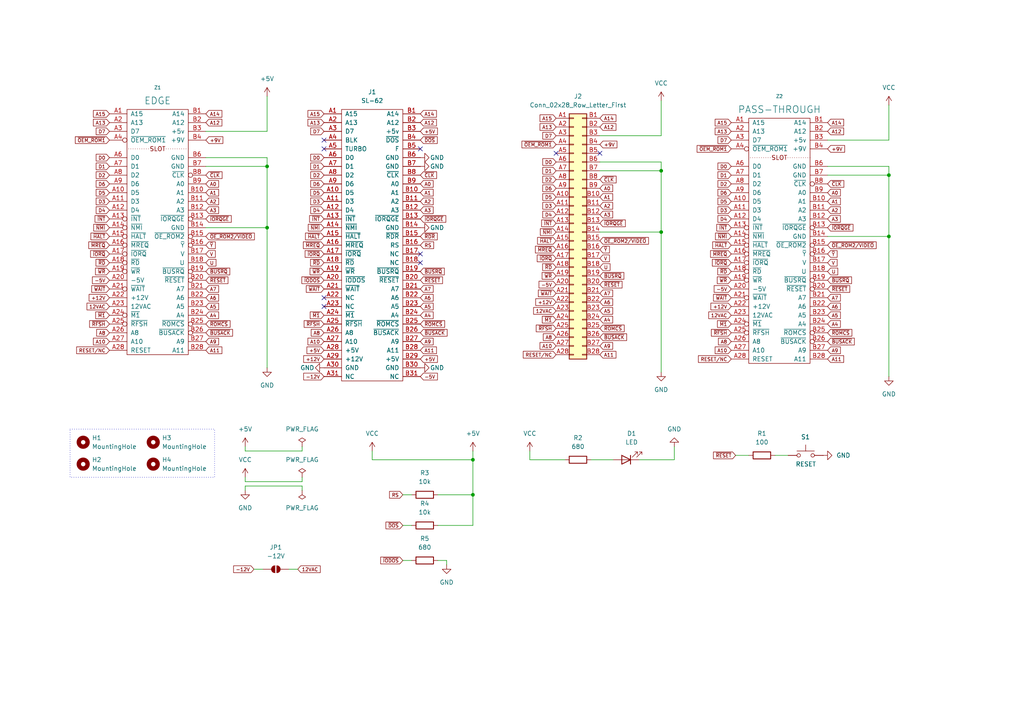
<source format=kicad_sch>
(kicad_sch (version 20231120) (generator "eeschema") (generator_version "8.0")
  (paper "A4")
  (junction (at 77.47 48.26))
  (junction (at 77.47 66.04))
  (junction (at 191.77 49.53))
  (junction (at 137.16 133.35))
  (junction (at 137.16 143.51))
  (junction (at 257.81 50.8))
  (junction (at 191.77 67.31))
  (junction (at 257.81 68.58))
  (no_connect (at 93.98 86.36))
  (no_connect (at 93.98 88.9))
  (no_connect (at 121.92 73.66))
  (no_connect (at 93.98 40.64))
  (no_connect (at 121.92 76.2))
  (no_connect (at 161.29 44.45))
  (no_connect (at 93.98 43.18))
  (no_connect (at 173.99 44.45))
  (no_connect (at 121.92 43.18))
  (wire (pts (xy 71.12 139.7) (xy 71.12 138.43)))
  (wire (pts (xy 77.47 38.1) (xy 77.47 27.94)))
  (wire (pts (xy 191.77 49.53) (xy 191.77 67.31)))
  (wire (pts (xy 257.81 50.8) (xy 257.81 68.58)))
  (wire (pts (xy 191.77 46.99) (xy 191.77 49.53)))
  (wire (pts (xy 153.67 133.35) (xy 163.83 133.35)))
  (wire (pts (xy 213.36 132.08) (xy 217.17 132.08)))
  (wire (pts (xy 83.82 165.1) (xy 86.36 165.1)))
  (wire (pts (xy 59.69 48.26) (xy 77.47 48.26)))
  (wire (pts (xy 137.16 130.81) (xy 137.16 133.35)))
  (wire (pts (xy 173.99 39.37) (xy 191.77 39.37)))
  (wire (pts (xy 59.69 38.1) (xy 77.47 38.1)))
  (wire (pts (xy 116.84 143.51) (xy 119.38 143.51)))
  (wire (pts (xy 116.84 152.4) (xy 119.38 152.4)))
  (wire (pts (xy 137.16 152.4) (xy 127 152.4)))
  (wire (pts (xy 240.03 68.58) (xy 257.81 68.58)))
  (wire (pts (xy 71.12 130.81) (xy 71.12 129.54)))
  (wire (pts (xy 87.63 139.7) (xy 71.12 139.7)))
  (wire (pts (xy 224.79 132.08) (xy 228.6 132.08)))
  (wire (pts (xy 77.47 45.72) (xy 77.47 48.26)))
  (wire (pts (xy 191.77 67.31) (xy 191.77 107.95)))
  (wire (pts (xy 137.16 133.35) (xy 137.16 143.51)))
  (wire (pts (xy 87.63 129.54) (xy 87.63 130.81)))
  (wire (pts (xy 173.99 49.53) (xy 191.77 49.53)))
  (wire (pts (xy 107.95 130.81) (xy 107.95 133.35)))
  (wire (pts (xy 87.63 140.97) (xy 71.12 140.97)))
  (wire (pts (xy 195.58 133.35) (xy 195.58 129.54)))
  (wire (pts (xy 73.66 165.1) (xy 76.2 165.1)))
  (wire (pts (xy 257.81 48.26) (xy 257.81 50.8)))
  (wire (pts (xy 153.67 130.81) (xy 153.67 133.35)))
  (wire (pts (xy 71.12 140.97) (xy 71.12 142.24)))
  (wire (pts (xy 185.42 133.35) (xy 195.58 133.35)))
  (wire (pts (xy 77.47 66.04) (xy 77.47 106.68)))
  (wire (pts (xy 59.69 45.72) (xy 77.47 45.72)))
  (wire (pts (xy 127 162.56) (xy 129.54 162.56)))
  (wire (pts (xy 240.03 50.8) (xy 257.81 50.8)))
  (wire (pts (xy 240.03 40.64) (xy 257.81 40.64)))
  (wire (pts (xy 171.45 133.35) (xy 177.8 133.35)))
  (wire (pts (xy 77.47 48.26) (xy 77.47 66.04)))
  (wire (pts (xy 173.99 67.31) (xy 191.77 67.31)))
  (wire (pts (xy 240.03 48.26) (xy 257.81 48.26)))
  (wire (pts (xy 59.69 66.04) (xy 77.47 66.04)))
  (wire (pts (xy 129.54 162.56) (xy 129.54 163.83)))
  (wire (pts (xy 257.81 40.64) (xy 257.81 30.48)))
  (wire (pts (xy 137.16 143.51) (xy 137.16 152.4)))
  (wire (pts (xy 173.99 46.99) (xy 191.77 46.99)))
  (wire (pts (xy 87.63 138.43) (xy 87.63 139.7)))
  (wire (pts (xy 87.63 130.81) (xy 71.12 130.81)))
  (wire (pts (xy 137.16 143.51) (xy 127 143.51)))
  (wire (pts (xy 191.77 39.37) (xy 191.77 29.21)))
  (wire (pts (xy 107.95 133.35) (xy 137.16 133.35)))
  (wire (pts (xy 257.81 68.58) (xy 257.81 109.22)))
  (wire (pts (xy 116.84 162.56) (xy 119.38 162.56)))
  (wire (pts (xy 87.63 142.24) (xy 87.63 140.97)))
  (rectangle (start 20.32 124.46) (end 62.23 138.43) (stroke (width 0) (type dot)))
  (global_label "D2" (shape input) (at 93.98 50.8 180) (effects (font (size 1 1))) (property "Intersheetrefs" "${INTERSHEET_REFS}" (effects (hide yes))))
  (global_label "~{BUSRQ}" (shape input) (at 173.99 80.01 0) (effects (font (size 1 1))) (property "Intersheetrefs" "${INTERSHEET_REFS}" (effects (hide yes))))
  (global_label "D0" (shape input) (at 93.98 45.72 180) (effects (font (size 1 1))) (property "Intersheetrefs" "${INTERSHEET_REFS}" (effects (hide yes))))
  (global_label "~{IODOS}" (shape input) (at 116.84 162.56 180) (effects (font (size 1 1))) (property "Intersheetrefs" "${INTERSHEET_REFS}" (effects (hide yes))))
  (global_label "~{WAIT}" (shape input) (at 93.98 83.82 180) (effects (font (size 1 1))) (property "Intersheetrefs" "${INTERSHEET_REFS}" (effects (hide yes))))
  (global_label "~{RFSH}" (shape input) (at 212.09 96.52 180) (effects (font (size 1 1))) (property "Intersheetrefs" "${INTERSHEET_REFS}" (effects (hide yes))))
  (global_label "D0" (shape input) (at 31.75 45.72 180) (effects (font (size 1 1))) (property "Intersheetrefs" "${INTERSHEET_REFS}" (effects (hide yes))))
  (global_label "12VAC" (shape input) (at 86.36 165.1 0) (effects (font (size 1 1))) (property "Intersheetrefs" "${INTERSHEET_REFS}" (effects (hide yes))))
  (global_label "D7" (shape input) (at 161.29 39.37 180) (effects (font (size 1 1))) (property "Intersheetrefs" "${INTERSHEET_REFS}" (effects (hide yes))))
  (global_label "U" (shape input) (at 173.99 77.47 0) (effects (font (size 1 1))) (property "Intersheetrefs" "${INTERSHEET_REFS}" (effects (hide yes))))
  (global_label "D3" (shape input) (at 31.75 58.42 180) (effects (font (size 1 1))) (property "Intersheetrefs" "${INTERSHEET_REFS}" (effects (hide yes))))
  (global_label "~{OEM_ROM1}" (shape input) (at 161.29 41.91 180) (effects (font (size 1 1))) (property "Intersheetrefs" "${INTERSHEET_REFS}" (effects (hide yes))))
  (global_label "D3" (shape input) (at 161.29 59.69 180) (effects (font (size 1 1))) (property "Intersheetrefs" "${INTERSHEET_REFS}" (effects (hide yes))))
  (global_label "D4" (shape input) (at 31.75 60.96 180) (effects (font (size 1 1))) (property "Intersheetrefs" "${INTERSHEET_REFS}" (effects (hide yes))))
  (global_label "D4" (shape input) (at 93.98 60.96 180) (effects (font (size 1 1))) (property "Intersheetrefs" "${INTERSHEET_REFS}" (effects (hide yes))))
  (global_label "A5" (shape input) (at 240.03 91.44 0) (effects (font (size 1 1))) (property "Intersheetrefs" "${INTERSHEET_REFS}" (effects (hide yes))))
  (global_label "-5V" (shape input) (at 212.09 83.82 180) (effects (font (size 1 1))) (property "Intersheetrefs" "${INTERSHEET_REFS}" (effects (hide yes))))
  (global_label "A7" (shape input) (at 173.99 85.09 0) (effects (font (size 1 1))) (property "Intersheetrefs" "${INTERSHEET_REFS}" (effects (hide yes))))
  (global_label "D7" (shape input) (at 31.75 38.1 180) (effects (font (size 1 1))) (property "Intersheetrefs" "${INTERSHEET_REFS}" (effects (hide yes))))
  (global_label "~{IORQGE}" (shape input) (at 121.92 63.5 0) (effects (font (size 1 1))) (property "Intersheetrefs" "${INTERSHEET_REFS}" (effects (hide yes))))
  (global_label "~{INT}" (shape input) (at 31.75 63.5 180) (effects (font (size 1 1))) (property "Intersheetrefs" "${INTERSHEET_REFS}" (effects (hide yes))))
  (global_label "-12V" (shape input) (at 73.66 165.1 180) (effects (font (size 1 1))) (property "Intersheetrefs" "${INTERSHEET_REFS}" (effects (hide yes))))
  (global_label "~{INT}" (shape input) (at 212.09 66.04 180) (effects (font (size 1 1))) (property "Intersheetrefs" "${INTERSHEET_REFS}" (effects (hide yes))))
  (global_label "+12V" (shape input) (at 161.29 87.63 180) (effects (font (size 1 1))) (property "Intersheetrefs" "${INTERSHEET_REFS}" (effects (hide yes))))
  (global_label "~{ROMCS}" (shape input) (at 240.03 96.52 0) (effects (font (size 1 1))) (property "Intersheetrefs" "${INTERSHEET_REFS}" (effects (hide yes))))
  (global_label "A8" (shape input) (at 161.29 97.79 180) (effects (font (size 1 1))) (property "Intersheetrefs" "${INTERSHEET_REFS}" (effects (hide yes))))
  (global_label "~{INT}" (shape input) (at 93.98 63.5 180) (effects (font (size 1 1))) (property "Intersheetrefs" "${INTERSHEET_REFS}" (effects (hide yes))))
  (global_label "~{RFSH}" (shape input) (at 161.29 95.25 180) (effects (font (size 1 1))) (property "Intersheetrefs" "${INTERSHEET_REFS}" (effects (hide yes))))
  (global_label "A9" (shape input) (at 59.69 99.06 0) (effects (font (size 1 1))) (property "Intersheetrefs" "${INTERSHEET_REFS}" (effects (hide yes))))
  (global_label "~{MREQ}" (shape input) (at 93.98 71.12 180) (effects (font (size 1 1))) (property "Intersheetrefs" "${INTERSHEET_REFS}" (effects (hide yes))))
  (global_label "D2" (shape input) (at 31.75 50.8 180) (effects (font (size 1 1))) (property "Intersheetrefs" "${INTERSHEET_REFS}" (effects (hide yes))))
  (global_label "D6" (shape input) (at 31.75 53.34 180) (effects (font (size 1 1))) (property "Intersheetrefs" "${INTERSHEET_REFS}" (effects (hide yes))))
  (global_label "V" (shape input) (at 59.69 73.66 0) (effects (font (size 1 1))) (property "Intersheetrefs" "${INTERSHEET_REFS}" (effects (hide yes))))
  (global_label "A7" (shape input) (at 121.92 83.82 0) (effects (font (size 1 1))) (property "Intersheetrefs" "${INTERSHEET_REFS}" (effects (hide yes))))
  (global_label "+5V" (shape input) (at 93.98 101.6 180) (effects (font (size 1 1))) (property "Intersheetrefs" "${INTERSHEET_REFS}" (effects (hide yes))))
  (global_label "~{ROMCS}" (shape input) (at 121.92 93.98 0) (effects (font (size 1 1))) (property "Intersheetrefs" "${INTERSHEET_REFS}" (effects (hide yes))))
  (global_label "A13" (shape input) (at 93.98 35.56 180) (effects (font (size 1 1))) (property "Intersheetrefs" "${INTERSHEET_REFS}" (effects (hide yes))))
  (global_label "~{INT}" (shape input) (at 161.29 64.77 180) (effects (font (size 1 1))) (property "Intersheetrefs" "${INTERSHEET_REFS}" (effects (hide yes))))
  (global_label "A15" (shape input) (at 31.75 33.02 180) (effects (font (size 1 1))) (property "Intersheetrefs" "${INTERSHEET_REFS}" (effects (hide yes))))
  (global_label "~{IORQGE}" (shape input) (at 173.99 64.77 0) (effects (font (size 1 1))) (property "Intersheetrefs" "${INTERSHEET_REFS}" (effects (hide yes))))
  (global_label "~{OEM_ROM1}" (shape input) (at 31.75 40.64 180) (effects (font (size 1 1))) (property "Intersheetrefs" "${INTERSHEET_REFS}" (effects (hide yes))))
  (global_label "A10" (shape input) (at 212.09 101.6 180) (effects (font (size 1 1))) (property "Intersheetrefs" "${INTERSHEET_REFS}" (effects (hide yes))))
  (global_label "~{RESET}" (shape input) (at 59.69 81.28 0) (effects (font (size 1 1))) (property "Intersheetrefs" "${INTERSHEET_REFS}" (effects (hide yes))))
  (global_label "~{Y}" (shape input) (at 173.99 72.39 0) (effects (font (size 1 1))) (property "Intersheetrefs" "${INTERSHEET_REFS}" (effects (hide yes))))
  (global_label "D5" (shape input) (at 212.09 58.42 180) (effects (font (size 1 1))) (property "Intersheetrefs" "${INTERSHEET_REFS}" (effects (hide yes))))
  (global_label "~{OEM_ROM1}" (shape input) (at 212.09 43.18 180) (effects (font (size 1 1))) (property "Intersheetrefs" "${INTERSHEET_REFS}" (effects (hide yes))))
  (global_label "A5" (shape input) (at 173.99 90.17 0) (effects (font (size 1 1))) (property "Intersheetrefs" "${INTERSHEET_REFS}" (effects (hide yes))))
  (global_label "D4" (shape input) (at 212.09 63.5 180) (effects (font (size 1 1))) (property "Intersheetrefs" "${INTERSHEET_REFS}" (effects (hide yes))))
  (global_label "U" (shape input) (at 59.69 76.2 0) (effects (font (size 1 1))) (property "Intersheetrefs" "${INTERSHEET_REFS}" (effects (hide yes))))
  (global_label "~{RDR}" (shape input) (at 121.92 68.58 0) (effects (font (size 1 1))) (property "Intersheetrefs" "${INTERSHEET_REFS}" (effects (hide yes))))
  (global_label "~{ROMCS}" (shape input) (at 173.99 95.25 0) (effects (font (size 1 1))) (property "Intersheetrefs" "${INTERSHEET_REFS}" (effects (hide yes))))
  (global_label "A11" (shape input) (at 121.92 101.6 0) (effects (font (size 1 1))) (property "Intersheetrefs" "${INTERSHEET_REFS}" (effects (hide yes))))
  (global_label "A10" (shape input) (at 93.98 99.06 180) (effects (font (size 1 1))) (property "Intersheetrefs" "${INTERSHEET_REFS}" (effects (hide yes))))
  (global_label "~{WR}" (shape input) (at 31.75 78.74 180) (effects (font (size 1 1))) (property "Intersheetrefs" "${INTERSHEET_REFS}" (effects (hide yes))))
  (global_label "A12" (shape input) (at 121.92 35.56 0) (effects (font (size 1 1))) (property "Intersheetrefs" "${INTERSHEET_REFS}" (effects (hide yes))))
  (global_label "+12V" (shape input) (at 31.75 86.36 180) (effects (font (size 1 1))) (property "Intersheetrefs" "${INTERSHEET_REFS}" (effects (hide yes))))
  (global_label "A4" (shape input) (at 240.03 93.98 0) (effects (font (size 1 1))) (property "Intersheetrefs" "${INTERSHEET_REFS}" (effects (hide yes))))
  (global_label "D3" (shape input) (at 212.09 60.96 180) (effects (font (size 1 1))) (property "Intersheetrefs" "${INTERSHEET_REFS}" (effects (hide yes))))
  (global_label "V" (shape input) (at 173.99 74.93 0) (effects (font (size 1 1))) (property "Intersheetrefs" "${INTERSHEET_REFS}" (effects (hide yes))))
  (global_label "~{Y}" (shape input) (at 59.69 71.12 0) (effects (font (size 1 1))) (property "Intersheetrefs" "${INTERSHEET_REFS}" (effects (hide yes))))
  (global_label "A3" (shape input) (at 59.69 60.96 0) (effects (font (size 1 1))) (property "Intersheetrefs" "${INTERSHEET_REFS}" (effects (hide yes))))
  (global_label "D3" (shape input) (at 93.98 58.42 180) (effects (font (size 1 1))) (property "Intersheetrefs" "${INTERSHEET_REFS}" (effects (hide yes))))
  (global_label "-5V" (shape input) (at 161.29 82.55 180) (effects (font (size 1 1))) (property "Intersheetrefs" "${INTERSHEET_REFS}" (effects (hide yes))))
  (global_label "~{M1}" (shape input) (at 31.75 91.44 180) (effects (font (size 1 1))) (property "Intersheetrefs" "${INTERSHEET_REFS}" (effects (hide yes))))
  (global_label "D0" (shape input) (at 161.29 46.99 180) (effects (font (size 1 1))) (property "Intersheetrefs" "${INTERSHEET_REFS}" (effects (hide yes))))
  (global_label "D2" (shape input) (at 161.29 52.07 180) (effects (font (size 1 1))) (property "Intersheetrefs" "${INTERSHEET_REFS}" (effects (hide yes))))
  (global_label "D5" (shape input) (at 31.75 55.88 180) (effects (font (size 1 1))) (property "Intersheetrefs" "${INTERSHEET_REFS}" (effects (hide yes))))
  (global_label "A12" (shape input) (at 59.69 35.56 0) (effects (font (size 1 1))) (property "Intersheetrefs" "${INTERSHEET_REFS}" (effects (hide yes))))
  (global_label "A12" (shape input) (at 173.99 36.83 0) (effects (font (size 1 1))) (property "Intersheetrefs" "${INTERSHEET_REFS}" (effects (hide yes))))
  (global_label "D1" (shape input) (at 93.98 48.26 180) (effects (font (size 1 1))) (property "Intersheetrefs" "${INTERSHEET_REFS}" (effects (hide yes))))
  (global_label "A3" (shape input) (at 121.92 60.96 0) (effects (font (size 1 1))) (property "Intersheetrefs" "${INTERSHEET_REFS}" (effects (hide yes))))
  (global_label "~{M1}" (shape input) (at 93.98 91.44 180) (effects (font (size 1 1))) (property "Intersheetrefs" "${INTERSHEET_REFS}" (effects (hide yes))))
  (global_label "~{HALT}" (shape input) (at 212.09 71.12 180) (effects (font (size 1 1))) (property "Intersheetrefs" "${INTERSHEET_REFS}" (effects (hide yes))))
  (global_label "A0" (shape input) (at 59.69 53.34 0) (effects (font (size 1 1))) (property "Intersheetrefs" "${INTERSHEET_REFS}" (effects (hide yes))))
  (global_label "~{IORQ}" (shape input) (at 161.29 74.93 180) (effects (font (size 1 1))) (property "Intersheetrefs" "${INTERSHEET_REFS}" (effects (hide yes))))
  (global_label "~{BUSACK}" (shape input) (at 240.03 99.06 0) (effects (font (size 1 1))) (property "Intersheetrefs" "${INTERSHEET_REFS}" (effects (hide yes))))
  (global_label "-12V" (shape input) (at 93.98 109.22 180) (effects (font (size 1 1))) (property "Intersheetrefs" "${INTERSHEET_REFS}" (effects (hide yes))))
  (global_label "D6" (shape input) (at 161.29 54.61 180) (effects (font (size 1 1))) (property "Intersheetrefs" "${INTERSHEET_REFS}" (effects (hide yes))))
  (global_label "12VAC" (shape input) (at 31.75 88.9 180) (effects (font (size 1 1))) (property "Intersheetrefs" "${INTERSHEET_REFS}" (effects (hide yes))))
  (global_label "A14" (shape input) (at 121.92 33.02 0) (effects (font (size 1 1))) (property "Intersheetrefs" "${INTERSHEET_REFS}" (effects (hide yes))))
  (global_label "~{HALT}" (shape input) (at 93.98 68.58 180) (effects (font (size 1 1))) (property "Intersheetrefs" "${INTERSHEET_REFS}" (effects (hide yes))))
  (global_label "~{MREQ}" (shape input) (at 31.75 71.12 180) (effects (font (size 1 1))) (property "Intersheetrefs" "${INTERSHEET_REFS}" (effects (hide yes))))
  (global_label "~{CLK}" (shape input) (at 121.92 50.8 0) (effects (font (size 1 1))) (property "Intersheetrefs" "${INTERSHEET_REFS}" (effects (hide yes))))
  (global_label "A6" (shape input) (at 240.03 88.9 0) (effects (font (size 1 1))) (property "Intersheetrefs" "${INTERSHEET_REFS}" (effects (hide yes))))
  (global_label "A9" (shape input) (at 173.99 100.33 0) (effects (font (size 1 1))) (property "Intersheetrefs" "${INTERSHEET_REFS}" (effects (hide yes))))
  (global_label "A4" (shape input) (at 59.69 91.44 0) (effects (font (size 1 1))) (property "Intersheetrefs" "${INTERSHEET_REFS}" (effects (hide yes))))
  (global_label "U" (shape input) (at 240.03 78.74 0) (effects (font (size 1 1))) (property "Intersheetrefs" "${INTERSHEET_REFS}" (effects (hide yes))))
  (global_label "-5V" (shape input) (at 121.92 109.22 0) (effects (font (size 1 1))) (property "Intersheetrefs" "${INTERSHEET_REFS}" (effects (hide yes))))
  (global_label "A3" (shape input) (at 173.99 62.23 0) (effects (font (size 1 1))) (property "Intersheetrefs" "${INTERSHEET_REFS}" (effects (hide yes))))
  (global_label "A6" (shape input) (at 173.99 87.63 0) (effects (font (size 1 1))) (property "Intersheetrefs" "${INTERSHEET_REFS}" (effects (hide yes))))
  (global_label "D6" (shape input) (at 93.98 53.34 180) (effects (font (size 1 1))) (property "Intersheetrefs" "${INTERSHEET_REFS}" (effects (hide yes))))
  (global_label "D1" (shape input) (at 161.29 49.53 180) (effects (font (size 1 1))) (property "Intersheetrefs" "${INTERSHEET_REFS}" (effects (hide yes))))
  (global_label "RESET{slash}NC" (shape input) (at 212.09 104.14 180) (effects (font (size 1 1))) (property "Intersheetrefs" "${INTERSHEET_REFS}" (effects (hide yes))))
  (global_label "~{RD}" (shape input) (at 31.75 76.2 180) (effects (font (size 1 1))) (property "Intersheetrefs" "${INTERSHEET_REFS}" (effects (hide yes))))
  (global_label "A3" (shape input) (at 240.03 63.5 0) (effects (font (size 1 1))) (property "Intersheetrefs" "${INTERSHEET_REFS}" (effects (hide yes))))
  (global_label "A9" (shape input) (at 240.03 101.6 0) (effects (font (size 1 1))) (property "Intersheetrefs" "${INTERSHEET_REFS}" (effects (hide yes))))
  (global_label "A11" (shape input) (at 59.69 101.6 0) (effects (font (size 1 1))) (property "Intersheetrefs" "${INTERSHEET_REFS}" (effects (hide yes))))
  (global_label "~{NMI}" (shape input) (at 212.09 68.58 180) (effects (font (size 1 1))) (property "Intersheetrefs" "${INTERSHEET_REFS}" (effects (hide yes))))
  (global_label "A8" (shape input) (at 31.75 96.52 180) (effects (font (size 1 1))) (property "Intersheetrefs" "${INTERSHEET_REFS}" (effects (hide yes))))
  (global_label "RS" (shape input) (at 121.92 71.12 0) (effects (font (size 1 1))) (property "Intersheetrefs" "${INTERSHEET_REFS}" (effects (hide yes))))
  (global_label "A6" (shape input) (at 121.92 86.36 0) (effects (font (size 1 1))) (property "Intersheetrefs" "${INTERSHEET_REFS}" (effects (hide yes))))
  (global_label "~{RFSH}" (shape input) (at 93.98 93.98 180) (effects (font (size 1 1))) (property "Intersheetrefs" "${INTERSHEET_REFS}" (effects (hide yes))))
  (global_label "A10" (shape input) (at 31.75 99.06 180) (effects (font (size 1 1))) (property "Intersheetrefs" "${INTERSHEET_REFS}" (effects (hide yes))))
  (global_label "D7" (shape input) (at 93.98 38.1 180) (effects (font (size 1 1))) (property "Intersheetrefs" "${INTERSHEET_REFS}" (effects (hide yes))))
  (global_label "~{CLK}" (shape input) (at 59.69 50.8 0) (effects (font (size 1 1))) (property "Intersheetrefs" "${INTERSHEET_REFS}" (effects (hide yes))))
  (global_label "A9" (shape input) (at 121.92 99.06 0) (effects (font (size 1 1))) (property "Intersheetrefs" "${INTERSHEET_REFS}" (effects (hide yes))))
  (global_label "~{MREQ}" (shape input) (at 161.29 72.39 180) (effects (font (size 1 1))) (property "Intersheetrefs" "${INTERSHEET_REFS}" (effects (hide yes))))
  (global_label "A6" (shape input) (at 59.69 86.36 0) (effects (font (size 1 1))) (property "Intersheetrefs" "${INTERSHEET_REFS}" (effects (hide yes))))
  (global_label "~{CLK}" (shape input) (at 173.99 52.07 0) (effects (font (size 1 1))) (property "Intersheetrefs" "${INTERSHEET_REFS}" (effects (hide yes))))
  (global_label "A0" (shape input) (at 121.92 53.34 0) (effects (font (size 1 1))) (property "Intersheetrefs" "${INTERSHEET_REFS}" (effects (hide yes))))
  (global_label "A2" (shape input) (at 59.69 58.42 0) (effects (font (size 1 1))) (property "Intersheetrefs" "${INTERSHEET_REFS}" (effects (hide yes))))
  (global_label "A5" (shape input) (at 59.69 88.9 0) (effects (font (size 1 1))) (property "Intersheetrefs" "${INTERSHEET_REFS}" (effects (hide yes))))
  (global_label "~{WAIT}" (shape input) (at 31.75 83.82 180) (effects (font (size 1 1))) (property "Intersheetrefs" "${INTERSHEET_REFS}" (effects (hide yes))))
  (global_label "A13" (shape input) (at 212.09 38.1 180) (effects (font (size 1 1))) (property "Intersheetrefs" "${INTERSHEET_REFS}" (effects (hide yes))))
  (global_label "+9V" (shape input) (at 240.03 43.18 0) (effects (font (size 1 1))) (property "Intersheetrefs" "${INTERSHEET_REFS}" (effects (hide yes))))
  (global_label "~{RESET}" (shape input) (at 121.92 81.28 0) (effects (font (size 1 1))) (property "Intersheetrefs" "${INTERSHEET_REFS}" (effects (hide yes))))
  (global_label "~{HALT}" (shape input) (at 31.75 68.58 180) (effects (font (size 1 1))) (property "Intersheetrefs" "${INTERSHEET_REFS}" (effects (hide yes))))
  (global_label "D7" (shape input) (at 212.09 40.64 180) (effects (font (size 1 1))) (property "Intersheetrefs" "${INTERSHEET_REFS}" (effects (hide yes))))
  (global_label "~{IORQ}" (shape input) (at 31.75 73.66 180) (effects (font (size 1 1))) (property "Intersheetrefs" "${INTERSHEET_REFS}" (effects (hide yes))))
  (global_label "~{BUSRQ}" (shape input) (at 59.69 78.74 0) (effects (font (size 1 1))) (property "Intersheetrefs" "${INTERSHEET_REFS}" (effects (hide yes))))
  (global_label "A13" (shape input) (at 161.29 36.83 180) (effects (font (size 1 1))) (property "Intersheetrefs" "${INTERSHEET_REFS}" (effects (hide yes))))
  (global_label "A2" (shape input) (at 121.92 58.42 0) (effects (font (size 1 1))) (property "Intersheetrefs" "${INTERSHEET_REFS}" (effects (hide yes))))
  (global_label "V" (shape input) (at 240.03 76.2 0) (effects (font (size 1 1))) (property "Intersheetrefs" "${INTERSHEET_REFS}" (effects (hide yes))))
  (global_label "A1" (shape input) (at 173.99 57.15 0) (effects (font (size 1 1))) (property "Intersheetrefs" "${INTERSHEET_REFS}" (effects (hide yes))))
  (global_label "~{HALT}" (shape input) (at 161.29 69.85 180) (effects (font (size 1 1))) (property "Intersheetrefs" "${INTERSHEET_REFS}" (effects (hide yes))))
  (global_label "~{OE_ROM2{slash}VIDEO}" (shape input) (at 240.03 71.12 0) (effects (font (size 1 1))) (property "Intersheetrefs" "${INTERSHEET_REFS}" (effects (hide yes))))
  (global_label "~{M1}" (shape input) (at 212.09 93.98 180) (effects (font (size 1 1))) (property "Intersheetrefs" "${INTERSHEET_REFS}" (effects (hide yes))))
  (global_label "A10" (shape input) (at 161.29 100.33 180) (effects (font (size 1 1))) (property "Intersheetrefs" "${INTERSHEET_REFS}" (effects (hide yes))))
  (global_label "D5" (shape input) (at 161.29 57.15 180) (effects (font (size 1 1))) (property "Intersheetrefs" "${INTERSHEET_REFS}" (effects (hide yes))))
  (global_label "~{RD}" (shape input) (at 161.29 77.47 180) (effects (font (size 1 1))) (property "Intersheetrefs" "${INTERSHEET_REFS}" (effects (hide yes))))
  (global_label "RS" (shape input) (at 116.84 143.51 180) (effects (font (size 1 1))) (property "Intersheetrefs" "${INTERSHEET_REFS}" (effects (hide yes))))
  (global_label "A4" (shape input) (at 173.99 92.71 0) (effects (font (size 1 1))) (property "Intersheetrefs" "${INTERSHEET_REFS}" (effects (hide yes))))
  (global_label "A11" (shape input) (at 240.03 104.14 0) (effects (font (size 1 1))) (property "Intersheetrefs" "${INTERSHEET_REFS}" (effects (hide yes))))
  (global_label "A1" (shape input) (at 240.03 58.42 0) (effects (font (size 1 1))) (property "Intersheetrefs" "${INTERSHEET_REFS}" (effects (hide yes))))
  (global_label "~{Y}" (shape input) (at 240.03 73.66 0) (effects (font (size 1 1))) (property "Intersheetrefs" "${INTERSHEET_REFS}" (effects (hide yes))))
  (global_label "A15" (shape input) (at 161.29 34.29 180) (effects (font (size 1 1))) (property "Intersheetrefs" "${INTERSHEET_REFS}" (effects (hide yes))))
  (global_label "12VAC" (shape input) (at 161.29 90.17 180) (effects (font (size 1 1))) (property "Intersheetrefs" "${INTERSHEET_REFS}" (effects (hide yes))))
  (global_label "~{NMI}" (shape input) (at 93.98 66.04 180) (effects (font (size 1 1))) (property "Intersheetrefs" "${INTERSHEET_REFS}" (effects (hide yes))))
  (global_label "A14" (shape input) (at 173.99 34.29 0) (effects (font (size 1 1))) (property "Intersheetrefs" "${INTERSHEET_REFS}" (effects (hide yes))))
  (global_label "-5V" (shape input) (at 31.75 81.28 180) (effects (font (size 1 1))) (property "Intersheetrefs" "${INTERSHEET_REFS}" (effects (hide yes))))
  (global_label "+12V" (shape input) (at 93.98 104.14 180) (effects (font (size 1 1))) (property "Intersheetrefs" "${INTERSHEET_REFS}" (effects (hide yes))))
  (global_label "~{WR}" (shape input) (at 93.98 78.74 180) (effects (font (size 1 1))) (property "Intersheetrefs" "${INTERSHEET_REFS}" (effects (hide yes))))
  (global_label "RESET{slash}NC" (shape input) (at 161.29 102.87 180) (effects (font (size 1 1))) (property "Intersheetrefs" "${INTERSHEET_REFS}" (effects (hide yes))))
  (global_label "D2" (shape input) (at 212.09 53.34 180) (effects (font (size 1 1))) (property "Intersheetrefs" "${INTERSHEET_REFS}" (effects (hide yes))))
  (global_label "12VAC" (shape input) (at 212.09 91.44 180) (effects (font (size 1 1))) (property "Intersheetrefs" "${INTERSHEET_REFS}" (effects (hide yes))))
  (global_label "~{ROMCS}" (shape input) (at 59.69 93.98 0) (effects (font (size 1 1))) (property "Intersheetrefs" "${INTERSHEET_REFS}" (effects (hide yes))))
  (global_label "A13" (shape input) (at 31.75 35.56 180) (effects (font (size 1 1))) (property "Intersheetrefs" "${INTERSHEET_REFS}" (effects (hide yes))))
  (global_label "A2" (shape input) (at 240.03 60.96 0) (effects (font (size 1 1))) (property "Intersheetrefs" "${INTERSHEET_REFS}" (effects (hide yes))))
  (global_label "A8" (shape input) (at 212.09 99.06 180) (effects (font (size 1 1))) (property "Intersheetrefs" "${INTERSHEET_REFS}" (effects (hide yes))))
  (global_label "~{RD}" (shape input) (at 93.98 76.2 180) (effects (font (size 1 1))) (property "Intersheetrefs" "${INTERSHEET_REFS}" (effects (hide yes))))
  (global_label "~{WAIT}" (shape input) (at 161.29 85.09 180) (effects (font (size 1 1))) (property "Intersheetrefs" "${INTERSHEET_REFS}" (effects (hide yes))))
  (global_label "~{BUSRQ}" (shape input) (at 240.03 81.28 0) (effects (font (size 1 1))) (property "Intersheetrefs" "${INTERSHEET_REFS}" (effects (hide yes))))
  (global_label "D0" (shape input) (at 212.09 48.26 180) (effects (font (size 1 1))) (property "Intersheetrefs" "${INTERSHEET_REFS}" (effects (hide yes))))
  (global_label "A7" (shape input) (at 59.69 83.82 0) (effects (font (size 1 1))) (property "Intersheetrefs" "${INTERSHEET_REFS}" (effects (hide yes))))
  (global_label "~{IORQGE}" (shape input) (at 59.69 63.5 0) (effects (font (size 1 1))) (property "Intersheetrefs" "${INTERSHEET_REFS}" (effects (hide yes))))
  (global_label "A8" (shape input) (at 93.98 96.52 180) (effects (font (size 1 1))) (property "Intersheetrefs" "${INTERSHEET_REFS}" (effects (hide yes))))
  (global_label "~{NMI}" (shape input) (at 161.29 67.31 180) (effects (font (size 1 1))) (property "Intersheetrefs" "${INTERSHEET_REFS}" (effects (hide yes))))
  (global_label "~{DOS}" (shape input) (at 116.84 152.4 180) (effects (font (size 1 1))) (property "Intersheetrefs" "${INTERSHEET_REFS}" (effects (hide yes))))
  (global_label "~{MREQ}" (shape input) (at 212.09 73.66 180) (effects (font (size 1 1))) (property "Intersheetrefs" "${INTERSHEET_REFS}" (effects (hide yes))))
  (global_label "A14" (shape input) (at 240.03 35.56 0) (effects (font (size 1 1))) (property "Intersheetrefs" "${INTERSHEET_REFS}" (effects (hide yes))))
  (global_label "A2" (shape input) (at 173.99 59.69 0) (effects (font (size 1 1))) (property "Intersheetrefs" "${INTERSHEET_REFS}" (effects (hide yes))))
  (global_label "~{BUSACK}" (shape input) (at 121.92 96.52 0) (effects (font (size 1 1))) (property "Intersheetrefs" "${INTERSHEET_REFS}" (effects (hide yes))))
  (global_label "D5" (shape input) (at 93.98 55.88 180) (effects (font (size 1 1))) (property "Intersheetrefs" "${INTERSHEET_REFS}" (effects (hide yes))))
  (global_label "A7" (shape input) (at 240.03 86.36 0) (effects (font (size 1 1))) (property "Intersheetrefs" "${INTERSHEET_REFS}" (effects (hide yes))))
  (global_label "D1" (shape input) (at 31.75 48.26 180) (effects (font (size 1 1))) (property "Intersheetrefs" "${INTERSHEET_REFS}" (effects (hide yes))))
  (global_label "~{CLK}" (shape input) (at 240.03 53.34 0) (effects (font (size 1 1))) (property "Intersheetrefs" "${INTERSHEET_REFS}" (effects (hide yes))))
  (global_label "~{DOS}" (shape input) (at 121.92 40.64 0) (effects (font (size 1 1))) (property "Intersheetrefs" "${INTERSHEET_REFS}" (effects (hide yes))))
  (global_label "~{IORQ}" (shape input) (at 93.98 73.66 180) (effects (font (size 1 1))) (property "Intersheetrefs" "${INTERSHEET_REFS}" (effects (hide yes))))
  (global_label "A0" (shape input) (at 240.03 55.88 0) (effects (font (size 1 1))) (property "Intersheetrefs" "${INTERSHEET_REFS}" (effects (hide yes))))
  (global_label "~{RESET}" (shape input) (at 240.03 83.82 0) (effects (font (size 1 1))) (property "Intersheetrefs" "${INTERSHEET_REFS}" (effects (hide yes))))
  (global_label "A15" (shape input) (at 93.98 33.02 180) (effects (font (size 1 1))) (property "Intersheetrefs" "${INTERSHEET_REFS}" (effects (hide yes))))
  (global_label "+5V" (shape input) (at 121.92 104.14 0) (effects (font (size 1 1))) (property "Intersheetrefs" "${INTERSHEET_REFS}" (effects (hide yes))))
  (global_label "D6" (shape input) (at 212.09 55.88 180) (effects (font (size 1 1))) (property "Intersheetrefs" "${INTERSHEET_REFS}" (effects (hide yes))))
  (global_label "~{OE_ROM2{slash}VIDEO}" (shape input) (at 173.99 69.85 0) (effects (font (size 1 1))) (property "Intersheetrefs" "${INTERSHEET_REFS}" (effects (hide yes))))
  (global_label "A15" (shape input) (at 212.09 35.56 180) (effects (font (size 1 1))) (property "Intersheetrefs" "${INTERSHEET_REFS}" (effects (hide yes))))
  (global_label "D4" (shape input) (at 161.29 62.23 180) (effects (font (size 1 1))) (property "Intersheetrefs" "${INTERSHEET_REFS}" (effects (hide yes))))
  (global_label "~{RESET}" (shape input) (at 173.99 82.55 0) (effects (font (size 1 1))) (property "Intersheetrefs" "${INTERSHEET_REFS}" (effects (hide yes))))
  (global_label "+9V" (shape input) (at 59.69 40.64 0) (effects (font (size 1 1))) (property "Intersheetrefs" "${INTERSHEET_REFS}" (effects (hide yes))))
  (global_label "+5V" (shape input) (at 121.92 38.1 0) (effects (font (size 1 1))) (property "Intersheetrefs" "${INTERSHEET_REFS}" (effects (hide yes))))
  (global_label "~{M1}" (shape input) (at 161.29 92.71 180) (effects (font (size 1 1))) (property "Intersheetrefs" "${INTERSHEET_REFS}" (effects (hide yes))))
  (global_label "+12V" (shape input) (at 212.09 88.9 180) (effects (font (size 1 1))) (property "Intersheetrefs" "${INTERSHEET_REFS}" (effects (hide yes))))
  (global_label "A11" (shape input) (at 173.99 102.87 0) (effects (font (size 1 1))) (property "Intersheetrefs" "${INTERSHEET_REFS}" (effects (hide yes))))
  (global_label "~{IODOS}" (shape input) (at 93.98 81.28 180) (effects (font (size 1 1))) (property "Intersheetrefs" "${INTERSHEET_REFS}" (effects (hide yes))))
  (global_label "A12" (shape input) (at 240.03 38.1 0) (effects (font (size 1 1))) (property "Intersheetrefs" "${INTERSHEET_REFS}" (effects (hide yes))))
  (global_label "~{RD}" (shape input) (at 212.09 78.74 180) (effects (font (size 1 1))) (property "Intersheetrefs" "${INTERSHEET_REFS}" (effects (hide yes))))
  (global_label "~{BUSACK}" (shape input) (at 59.69 96.52 0) (effects (font (size 1 1))) (property "Intersheetrefs" "${INTERSHEET_REFS}" (effects (hide yes))))
  (global_label "~{IORQGE}" (shape input) (at 240.03 66.04 0) (effects (font (size 1 1))) (property "Intersheetrefs" "${INTERSHEET_REFS}" (effects (hide yes))))
  (global_label "~{BUSRQ}" (shape input) (at 121.92 78.74 0) (effects (font (size 1 1))) (property "Intersheetrefs" "${INTERSHEET_REFS}" (effects (hide yes))))
  (global_label "D1" (shape input) (at 212.09 50.8 180) (effects (font (size 1 1))) (property "Intersheetrefs" "${INTERSHEET_REFS}" (effects (hide yes))))
  (global_label "A1" (shape input) (at 121.92 55.88 0) (effects (font (size 1 1))) (property "Intersheetrefs" "${INTERSHEET_REFS}" (effects (hide yes))))
  (global_label "A5" (shape input) (at 121.92 88.9 0) (effects (font (size 1 1))) (property "Intersheetrefs" "${INTERSHEET_REFS}" (effects (hide yes))))
  (global_label "~{BUSACK}" (shape input) (at 173.99 97.79 0) (effects (font (size 1 1))) (property "Intersheetrefs" "${INTERSHEET_REFS}" (effects (hide yes))))
  (global_label "~{WR}" (shape input) (at 161.29 80.01 180) (effects (font (size 1 1))) (property "Intersheetrefs" "${INTERSHEET_REFS}" (effects (hide yes))))
  (global_label "~{OE_ROM2{slash}VIDEO}" (shape input) (at 59.69 68.58 0) (effects (font (size 1 1))) (property "Intersheetrefs" "${INTERSHEET_REFS}" (effects (hide yes))))
  (global_label "RESET{slash}NC" (shape input) (at 31.75 101.6 180) (effects (font (size 1 1))) (property "Intersheetrefs" "${INTERSHEET_REFS}" (effects (hide yes))))
  (global_label "~{NMI}" (shape input) (at 31.75 66.04 180) (effects (font (size 1 1))) (property "Intersheetrefs" "${INTERSHEET_REFS}" (effects (hide yes))))
  (global_label "A4" (shape input) (at 121.92 91.44 0) (effects (font (size 1 1))) (property "Intersheetrefs" "${INTERSHEET_REFS}" (effects (hide yes))))
  (global_label "+9V" (shape input) (at 173.99 41.91 0) (effects (font (size 1 1))) (property "Intersheetrefs" "${INTERSHEET_REFS}" (effects (hide yes))))
  (global_label "~{IORQ}" (shape input) (at 212.09 76.2 180) (effects (font (size 1 1))) (property "Intersheetrefs" "${INTERSHEET_REFS}" (effects (hide yes))))
  (global_label "A0" (shape input) (at 173.99 54.61 0) (effects (font (size 1 1))) (property "Intersheetrefs" "${INTERSHEET_REFS}" (effects (hide yes))))
  (global_label "~{RESET}" (shape input) (at 213.36 132.08 180) (effects (font (size 1 1))) (property "Intersheetrefs" "${INTERSHEET_REFS}" (effects (hide yes))))
  (global_label "~{WAIT}" (shape input) (at 212.09 86.36 180) (effects (font (size 1 1))) (property "Intersheetrefs" "${INTERSHEET_REFS}" (effects (hide yes))))
  (global_label "~{WR}" (shape input) (at 212.09 81.28 180) (effects (font (size 1 1))) (property "Intersheetrefs" "${INTERSHEET_REFS}" (effects (hide yes))))
  (global_label "A14" (shape input) (at 59.69 33.02 0) (effects (font (size 1 1))) (property "Intersheetrefs" "${INTERSHEET_REFS}" (effects (hide yes))))
  (global_label "~{RFSH}" (shape input) (at 31.75 93.98 180) (effects (font (size 1 1))) (property "Intersheetrefs" "${INTERSHEET_REFS}" (effects (hide yes))))
  (global_label "A1" (shape input) (at 59.69 55.88 0) (effects (font (size 1 1))) (property "Intersheetrefs" "${INTERSHEET_REFS}" (effects (hide yes))))
  (symbol (lib_name "+5V_1") (lib_id "power:+5V") (at 137.16 130.81 0) (unit 1)
    (property "Reference" "#PWR016" (effects (hide yes)))
    (property "Value" "+5V" (at 137.16 125.73 0))
    (property "Description" "Power symbol creates a global label with name \"+5V\"" (effects (hide yes)))
  )
  (symbol (lib_id "Mechanical:MountingHole") (at 44.45 128.27 0) (unit 1)
    (property "Reference" "H3" (at 46.99 127 0) (effects (justify left)))
    (property "Value" "MountingHole" (at 46.99 129.54 0) (effects (justify left)))
    (property "Footprint" "MountingHole:MountingHole_3.2mm_M3" (effects (hide yes)))
  )
  (symbol (lib_id "My Symbols_Sinclair:ZX_Spectrum,_Bus_Connector") (at 166.37 67.31 0) (unit 1)
    (property "Reference" "J2" (at 167.64 27.94 0))
    (property "Value" "Conn_02x28_Row_Letter_First" (at 167.64 30.48 0))
    (property "Footprint" "My Footprint Library, Sinclair:ZX Bus Socket" (effects (hide yes)))
  )
  (symbol (lib_id "power:GND") (at 129.54 163.83 0) (unit 1)
    (property "Reference" "#PWR03" (effects (hide yes)))
    (property "Value" "GND" (at 129.54 168.91 0))
    (property "Description" "Power symbol creates a global label with name \"GND\" , ground" (effects (hide yes)))
  )
  (symbol (lib_id "power:+5V") (at 77.47 27.94 0) (unit 1)
    (property "Reference" "#PWR01" (effects (hide yes)))
    (property "Value" "+5V" (at 77.47 22.86 0))
  )
  (symbol (lib_id "Device:R") (at 123.19 162.56 90) (unit 1)
    (property "Reference" "R5" (at 123.19 156.21 90))
    (property "Value" "680" (at 123.19 158.75 90))
    (property "Footprint" "Resistor_SMD:R_0805_2012Metric_Pad1.20x1.40mm_HandSolder" (effects (hide yes)))
    (property "Description" "Resistor" (effects (hide yes)))
  )
  (symbol (lib_id "Switch:SW_Push") (at 233.68 132.08 0) (unit 1)
    (property "Reference" "S1" (at 234.95 126.746 0) (effects (justify right)))
    (property "Value" "RESET" (at 236.728 134.62 0) (effects (justify right)))
    (property "Footprint" "Button_Switch_THT:SW_PUSH_6mm" (effects (hide yes)))
    (property "Description" "Push button switch, generic, two pins" (effects (hide yes)))
    (property "Height" "1.5" (effects (hide yes)))
    (property "Mouser Part Number" "611-PTS526SM15SMTR2L" (effects (hide yes)))
    (property "Mouser Price/Stock" "https://www.mouser.co.uk/ProductDetail/CK/PTS526-SM15-SMTR2-LFS?qs=UXgszm6BlbENivbslIA%252B5g%3D%3D" (effects (hide yes)))
    (property "Manufacturer_Name" "C & K COMPONENTS" (effects (hide yes)))
    (property "Manufacturer_Part_Number" "PTS526 SM15 SMTR2 LFS" (effects (hide yes)))
  )
  (symbol (lib_id "Mechanical:MountingHole") (at 44.45 134.62 0) (unit 1)
    (property "Reference" "H4" (at 46.99 133.35 0) (effects (justify left)))
    (property "Value" "MountingHole" (at 46.99 135.89 0) (effects (justify left)))
    (property "Footprint" "MountingHole:MountingHole_3.2mm_M3" (effects (hide yes)))
  )
  (symbol (lib_id "power:PWR_FLAG") (at 87.63 142.24 0) (mirror x) (unit 1)
    (property "Reference" "#FLG04" (effects (hide yes)))
    (property "Value" "PWR_FLAG" (at 87.63 147.32 0))
  )
  (symbol (lib_id "power:GND") (at 121.92 66.04 90) (unit 1)
    (property "Reference" "#PWR021" (effects (hide yes)))
    (property "Value" "GND" (at 124.714 66.04 90) (effects (justify right)))
    (property "Description" "Power symbol creates a global label with name \"GND\" , ground" (effects (hide yes)))
  )
  (symbol (lib_id "Mechanical:MountingHole") (at 24.13 128.27 0) (unit 1)
    (property "Reference" "H1" (at 26.67 127 0) (effects (justify left)))
    (property "Value" "MountingHole" (at 26.67 129.54 0) (effects (justify left)))
    (property "Footprint" "MountingHole:MountingHole_3.2mm_M3" (effects (hide yes)))
  )
  (symbol (lib_id "power:GND") (at 238.76 132.08 90) (unit 1)
    (property "Reference" "#PWR018" (effects (hide yes)))
    (property "Value" "GND" (at 242.57 132.0799 90) (effects (justify right)))
    (property "Description" "Power symbol creates a global label with name \"GND\" , ground" (effects (hide yes)))
  )
  (symbol (lib_id "My Symbols_Sinclair:ZX Spectrum, Bus") (at 45.72 66.04 90) (unit 1)
    (property "Reference" "Z1" (at 45.72 25.4 90) (effects (font (size 0.9906 0.9906))))
    (property "Value" "EDGE" (at 45.72 29.21 90) (effects (font (size 2 2))))
    (property "Footprint" "My Footprint Library, Sinclair:ZX Bus, Edge" (effects (hide yes)))
  )
  (symbol (lib_id "My Symbols_Sinclair:ZX Spectrum, Bus") (at 226.06 68.58 90) (unit 1)
    (property "Reference" "Z2" (at 226.06 27.94 90) (effects (font (size 0.9906 0.9906))))
    (property "Value" "PASS-THROUGH" (at 226.06 31.75 90) (effects (font (size 2 2))))
    (property "Footprint" "My Footprint Library, Sinclair:ZX Bus, Edge Pass-T" (effects (hide yes)))
  )
  (symbol (lib_id "power:PWR_FLAG") (at 87.63 138.43 0) (unit 1)
    (property "Reference" "#FLG03" (effects (hide yes)))
    (property "Value" "PWR_FLAG" (at 87.63 133.35 0))
  )
  (symbol (lib_id "Device:R") (at 167.64 133.35 90) (unit 1)
    (property "Reference" "R2" (at 167.64 127 90))
    (property "Value" "680" (at 167.64 129.54 90))
    (property "Footprint" "Resistor_SMD:R_0805_2012Metric_Pad1.20x1.40mm_HandSolder" (effects (hide yes)))
    (property "Description" "Resistor" (effects (hide yes)))
  )
  (symbol (lib_name "VCC_1") (lib_id "power:VCC") (at 191.77 29.21 0) (unit 1)
    (property "Reference" "#PWR02" (effects (hide yes)))
    (property "Value" "VCC" (at 191.77 24.13 0))
    (property "Description" "Power symbol creates a global label with name \"VCC\"" (effects (hide yes)))
  )
  (symbol (lib_id "Device:R") (at 123.19 152.4 90) (unit 1)
    (property "Reference" "R4" (at 123.19 146.05 90))
    (property "Value" "10k" (at 123.19 148.59 90))
    (property "Footprint" "Resistor_SMD:R_0805_2012Metric_Pad1.20x1.40mm_HandSolder" (effects (hide yes)))
    (property "Description" "Resistor" (effects (hide yes)))
  )
  (symbol (lib_id "power:GND") (at 257.81 109.22 0) (unit 1)
    (property "Reference" "#PWR06" (effects (hide yes)))
    (property "Value" "GND" (at 257.81 114.3 0))
    (property "Description" "Power symbol creates a global label with name \"GND\" , ground" (effects (hide yes)))
  )
  (symbol (lib_id "Mechanical:MountingHole") (at 24.13 134.62 0) (unit 1)
    (property "Reference" "H2" (at 26.67 133.35 0) (effects (justify left)))
    (property "Value" "MountingHole" (at 26.67 135.89 0) (effects (justify left)))
    (property "Footprint" "MountingHole:MountingHole_3.2mm_M3" (effects (hide yes)))
  )
  (symbol (lib_id "power:PWR_FLAG") (at 87.63 129.54 0) (unit 1)
    (property "Reference" "#FLG02" (effects (hide yes)))
    (property "Value" "PWR_FLAG" (at 87.63 124.46 0))
  )
  (symbol (lib_id "Device:R") (at 220.98 132.08 270) (unit 1)
    (property "Reference" "R1" (at 220.98 125.73 90))
    (property "Value" "100" (at 220.98 128.27 90))
    (property "Footprint" "Resistor_SMD:R_0805_2012Metric_Pad1.20x1.40mm_HandSolder" (effects (hide yes)))
    (property "Description" "Resistor" (effects (hide yes)))
  )
  (symbol (lib_id "power:GND") (at 121.92 106.68 90) (unit 1)
    (property "Reference" "#PWR022" (effects (hide yes)))
    (property "Value" "GND" (at 124.714 106.68 90) (effects (justify right)))
    (property "Description" "Power symbol creates a global label with name \"GND\" , ground" (effects (hide yes)))
  )
  (symbol (lib_id "power:+5V") (at 71.12 129.54 0) (unit 1)
    (property "Reference" "#PWR010" (effects (hide yes)))
    (property "Value" "+5V" (at 71.12 124.46 0))
  )
  (symbol (lib_name "VCC_1") (lib_id "power:VCC") (at 257.81 30.48 0) (unit 1)
    (property "Reference" "#PWR05" (effects (hide yes)))
    (property "Value" "VCC" (at 257.81 25.4 0))
    (property "Description" "Power symbol creates a global label with name \"VCC\"" (effects (hide yes)))
  )
  (symbol (lib_id "Jumper:SolderJumper_2_Open") (at 80.01 165.1 0) (unit 1) (exclude_from_sim yes) (in_bom no)
    (property "Reference" "JP1" (at 80.01 158.75 0))
    (property "Value" "-12V" (at 80.01 161.29 0))
    (property "Footprint" "Jumper:SolderJumper-2_P1.3mm_Open_RoundedPad1.0x1.5mm" (effects (hide yes)))
    (property "Description" "Solder Jumper, 2-pole, open" (effects (hide yes)))
  )
  (symbol (lib_name "VCC_2") (lib_id "power:VCC") (at 107.95 130.81 0) (unit 1)
    (property "Reference" "#PWR015" (effects (hide yes)))
    (property "Value" "VCC" (at 107.95 125.73 0))
    (property "Description" "Power symbol creates a global label with name \"VCC\"" (effects (hide yes)))
  )
  (symbol (lib_id "power:GND") (at 121.92 48.26 90) (unit 1)
    (property "Reference" "#PWR020" (effects (hide yes)))
    (property "Value" "GND" (at 124.714 48.26 90) (effects (justify right)))
    (property "Description" "Power symbol creates a global label with name \"GND\" , ground" (effects (hide yes)))
  )
  (symbol (lib_name "VCC_1") (lib_id "power:VCC") (at 153.67 130.81 0) (unit 1)
    (property "Reference" "#PWR07" (effects (hide yes)))
    (property "Value" "VCC" (at 153.67 125.73 0))
    (property "Description" "Power symbol creates a global label with name \"VCC\"" (effects (hide yes)))
  )
  (symbol (lib_id "Device:LED") (at 181.61 133.35 180) (unit 1)
    (property "Reference" "D1" (at 183.1975 125.73 0))
    (property "Value" "LED" (at 183.1975 128.27 0))
    (property "Footprint" "LED_SMD:LED_0805_2012Metric_Pad1.15x1.40mm_HandSolder" (effects (hide yes)))
    (property "Description" "Light emitting diode" (effects (hide yes)))
  )
  (symbol (lib_id "power:GND") (at 195.58 129.54 180) (unit 1)
    (property "Reference" "#PWR013" (effects (hide yes)))
    (property "Value" "GND" (at 195.58 124.46 0))
    (property "Description" "Power symbol creates a global label with name \"GND\" , ground" (effects (hide yes)))
  )
  (symbol (lib_id "power:GND") (at 77.47 106.68 0) (unit 1)
    (property "Reference" "#PWR014" (effects (hide yes)))
    (property "Value" "GND" (at 77.47 111.76 0))
    (property "Description" "Power symbol creates a global label with name \"GND\" , ground" (effects (hide yes)))
  )
  (symbol (lib_id "power:GND") (at 191.77 107.95 0) (unit 1)
    (property "Reference" "#PWR04" (effects (hide yes)))
    (property "Value" "GND" (at 191.77 113.03 0))
    (property "Description" "Power symbol creates a global label with name \"GND\" , ground" (effects (hide yes)))
  )
  (symbol (lib_id "zxbus:NemoBus") (at 99.06 114.3 0) (unit 1)
    (property "Reference" "J1" (at 107.95 26.67 0))
    (property "Value" "SL-62" (at 107.95 29.21 0))
    (property "Footprint" "zxbus:NemoBus-SL62-inverted" (effects (hide yes)))
  )
  (symbol (lib_id "Device:R") (at 123.19 143.51 90) (unit 1)
    (property "Reference" "R3" (at 123.19 137.16 90))
    (property "Value" "10k" (at 123.19 139.7 90))
    (property "Footprint" "Resistor_SMD:R_0805_2012Metric_Pad1.20x1.40mm_HandSolder" (effects (hide yes)))
    (property "Description" "Resistor" (effects (hide yes)))
  )
  (symbol (lib_id "power:GND") (at 121.92 45.72 90) (unit 1)
    (property "Reference" "#PWR019" (effects (hide yes)))
    (property "Value" "GND" (at 124.714 45.72 90) (effects (justify right)))
    (property "Description" "Power symbol creates a global label with name \"GND\" , ground" (effects (hide yes)))
  )
  (symbol (lib_id "power:GND") (at 93.98 106.68 270) (unit 1)
    (property "Reference" "#PWR08" (effects (hide yes)))
    (property "Value" "GND" (at 91.186 106.68 90) (effects (justify right)))
    (property "Description" "Power symbol creates a global label with name \"GND\" , ground" (effects (hide yes)))
  )
  (symbol (lib_id "power:VCC") (at 71.12 138.43 0) (unit 1)
    (property "Reference" "#PWR011" (effects (hide yes)))
    (property "Value" "VCC" (at 71.12 133.35 0))
  )
  (symbol (lib_id "power:GND") (at 71.12 142.24 0) (unit 1)
    (property "Reference" "#PWR09" (effects (hide yes)))
    (property "Value" "GND" (at 71.12 147.32 0))
    (property "Description" "Power symbol creates a global label with name \"GND\" , ground" (effects (hide yes)))
  )
)
</source>
